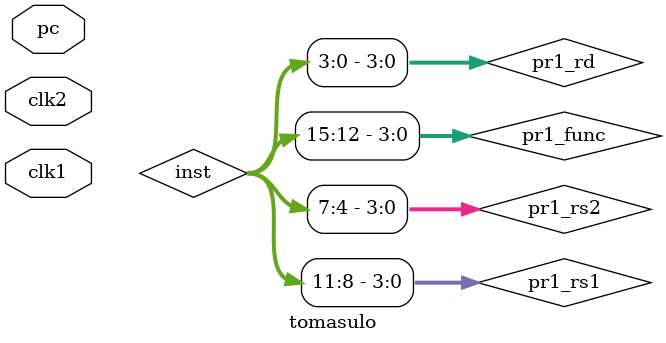
<source format=v>



module tomasulo(pc,clk1,clk2);

  input[3:0] pc;
  input clk1,clk2;

  wire [15:0] inst; //This is for getting instruction from ins set
  // reg [3:0] rs1,rs2,func,rd;

  //These are stage 1 pr
  reg [3:0] pr1_rs1,pr1_rs2,pr1_func,pr1_rd;
  reg pr2_rs1b,pr2_rs2b,pr2_count;
  //These are stage 2 pr
  reg [3:0] pr2_rs1,pr2_rs2,pr2_func,pr2_rd;
  reg[2:0] pr2_rob_ind;
  //These are stage3 pr
  reg pr3_addexec,pr3_mulexec;
  reg [7:0] pr3_rs1data,pr3_rs2data;
  reg [3:0] pr3_func,pr3_rd;
  reg [2:0] pr3_rob_ind,pr3_rsindex;


  integer add_count,mul_count,bch_count;
  reg [2:0] head_p,tail_p;
  reg [3:0] add_array[0:2][0:8]; //RS add and sub
  reg [3:0] mul_array[0:2][0:8]; //RS mul_array
  reg [4:0] bch_array[0:1][0:8]; //RS branches
  reg [15:0] ls_queue[0:3][0:2]; //Each index should be 16 bits since we wil be storing the data
  reg [15:0] regbank[0:15][0:1]; //First column is actual value and second column is ROB
  reg [15:0] ROB[0:7][0:2];  //Each index should be 16 bits since we will be storing the data
  reg [15:0] memory[0:255]; //Memory


instruction_set k1(pc,clk1,inst);

always @(inst)
  begin
  $display("In fetch stage:");
  pr1_func = inst[15:12];
  pr1_rs1 = inst[11:8];
  pr1_rs2 = inst[7:4];
  pr1_rd = inst[3:0];
  $display("values of pc = %b,values of func = %b,values of rs1 = %b,values of rs2 = %b,values of rd = %b",pc,pr1_func,pr1_rs1,pr1_rs2,pr1_rd);
end

issue is1(pr1_rs1, pr1_rs2, pr1_rd, pr1_func,clk1, clk2);

endmodule

</source>
